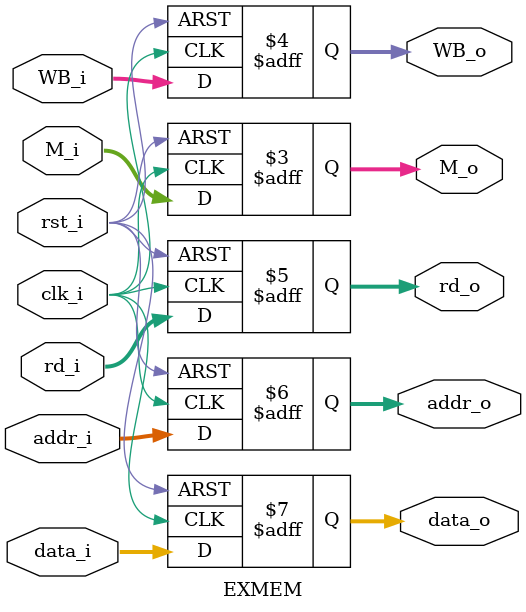
<source format=v>
module EXMEM(
    clk_i,
    rst_i,
    WB_i,
    M_i,
    addr_i,
    data_i,
    rd_i,
    WB_o,
    M_o,
    addr_o,
    data_o,
    rd_o
);

input               clk_i, rst_i;
input   [1:0]       WB_i, M_i;
input   [4:0]       rd_i;
input   [31:0]      addr_i, data_i;
output  [1:0]       M_o, WB_o;
output  [4:0]       rd_o;
output  [31:0]      addr_o, data_o;

reg     [1:0]       M_o, WB_o;
reg     [4:0]       rd_o;
reg     [31:0]      addr_o, data_o;


always@(posedge clk_i or negedge rst_i) begin
    if(~rst_i) begin
        WB_o <= 0;
        M_o <= 0;
        addr_o <= 0;
        data_o <= 0;
        rd_o <= 0;
    end
    else begin
        WB_o <= WB_i;
        M_o <= M_i;
        addr_o <= addr_i;
        data_o <= data_i;
        rd_o <= rd_i;
    end
end

endmodule

</source>
